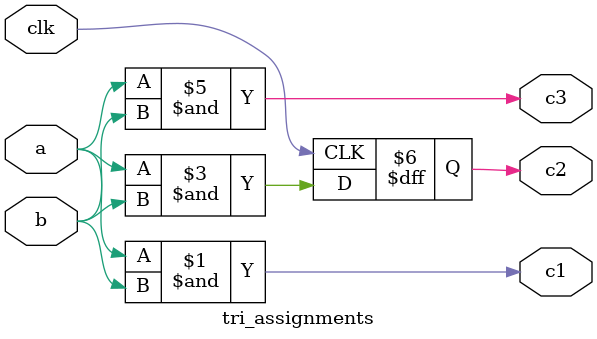
<source format=v>
module tri_assignments(
    input   wire        clk,
    input   wire        a,
    input   wire        b,
    output  wire        c1,
    output  reg         c2,
    output  reg         c3
);

assign c1 = a & b;

always @(posedge clk)begin
    c2 <= a & b;
end

// 如果敏感列表触发电平信号不全导致锁存器的产生
always @(*)begin
    c3 = a & b;
end


endmodule
</source>
